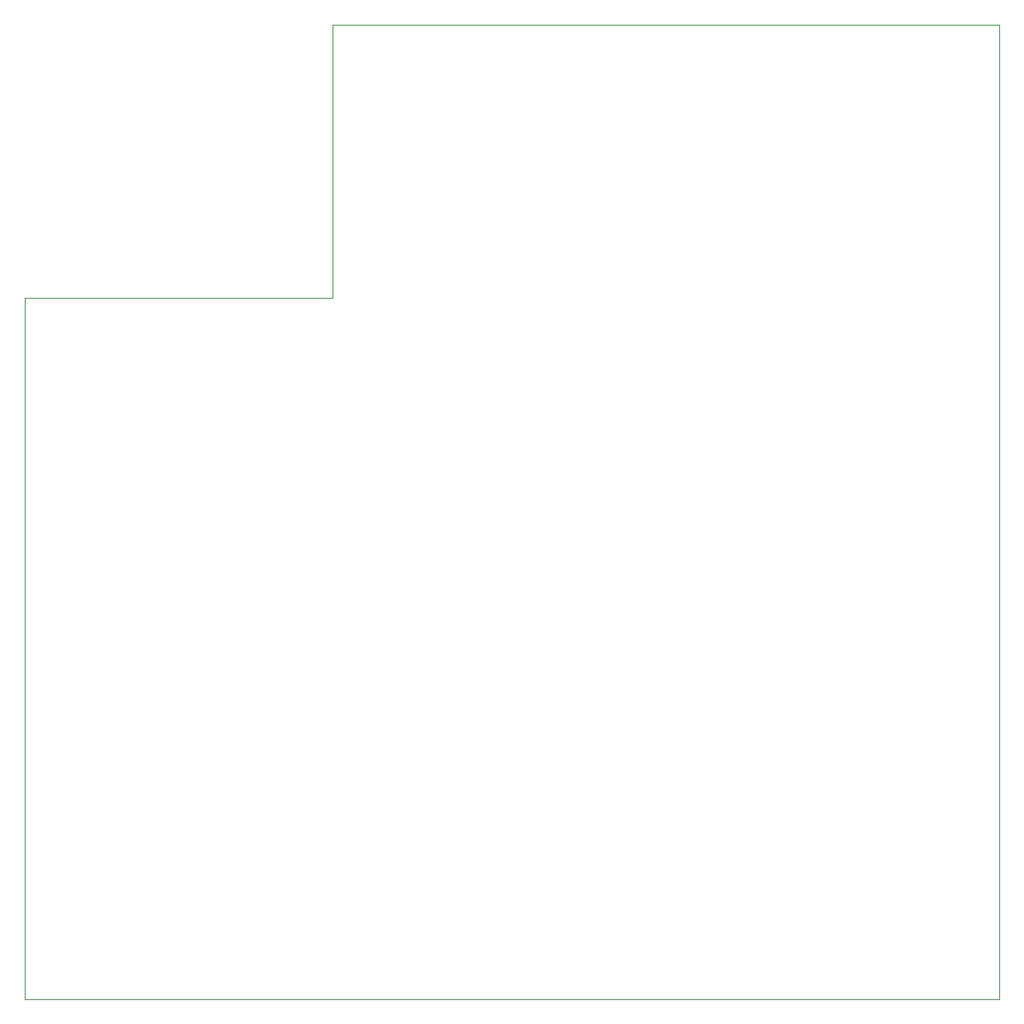
<source format=gm1>
%TF.GenerationSoftware,KiCad,Pcbnew,6.0.0-d3dd2cf0fa~116~ubuntu20.04.1*%
%TF.CreationDate,2022-02-25T21:38:05+01:00*%
%TF.ProjectId,addon-edge-rpi-i2s-pmod,6164646f-6e2d-4656-9467-652d7270692d,0.52*%
%TF.SameCoordinates,Original*%
%TF.FileFunction,Profile,NP*%
%FSLAX46Y46*%
G04 Gerber Fmt 4.6, Leading zero omitted, Abs format (unit mm)*
G04 Created by KiCad (PCBNEW 6.0.0-d3dd2cf0fa~116~ubuntu20.04.1) date 2022-02-25 21:38:05*
%MOMM*%
%LPD*%
G01*
G04 APERTURE LIST*
%TA.AperFunction,Profile*%
%ADD10C,0.050000*%
%TD*%
G04 APERTURE END LIST*
D10*
X208750000Y-44939700D02*
X208750000Y-144938750D01*
X140335000Y-44939700D02*
X208750000Y-44939700D01*
X108750000Y-144938750D02*
X208750000Y-144938750D01*
X140335000Y-72938700D02*
X140335000Y-44939700D01*
X108750000Y-144938750D02*
X108750000Y-72938700D01*
X108750000Y-72938700D02*
X140335000Y-72938700D01*
M02*

</source>
